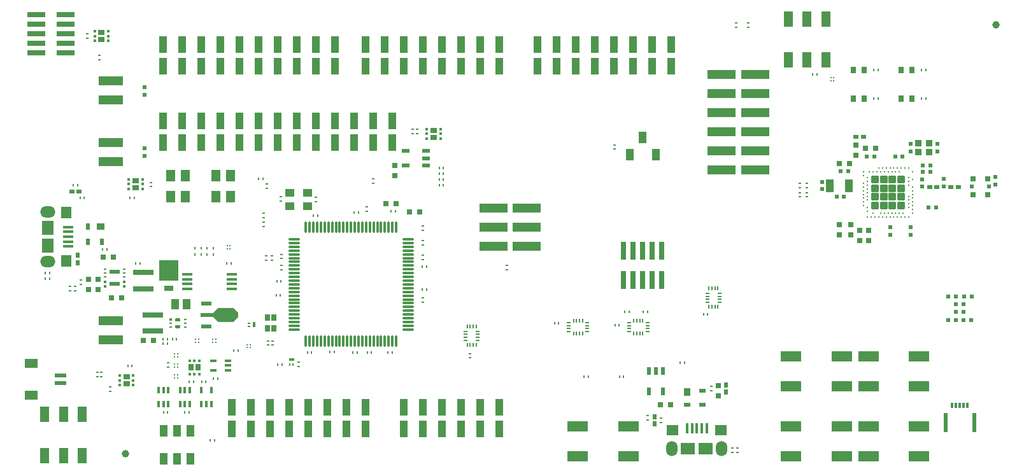
<source format=gtp>
G04*
G04 #@! TF.GenerationSoftware,Altium Limited,Altium Designer,19.0.15 (446)*
G04*
G04 Layer_Color=8421504*
%FSLAX24Y24*%
%MOIN*%
G70*
G01*
G75*
G04:AMPARAMS|DCode=33|XSize=37mil|YSize=37mil|CornerRadius=2.8mil|HoleSize=0mil|Usage=FLASHONLY|Rotation=180.000|XOffset=0mil|YOffset=0mil|HoleType=Round|Shape=RoundedRectangle|*
%AMROUNDEDRECTD33*
21,1,0.0370,0.0315,0,0,180.0*
21,1,0.0315,0.0370,0,0,180.0*
1,1,0.0056,-0.0157,0.0157*
1,1,0.0056,0.0157,0.0157*
1,1,0.0056,0.0157,-0.0157*
1,1,0.0056,-0.0157,-0.0157*
%
%ADD33ROUNDEDRECTD33*%
%ADD34O,0.0591X0.0787*%
%ADD35O,0.0787X0.0591*%
%ADD36R,0.0138X0.0118*%
%ADD37R,0.0138X0.0098*%
%ADD38R,0.0551X0.0197*%
%ADD39R,0.0315X0.0118*%
%ADD40R,0.0197X0.0148*%
%ADD41R,0.0138X0.0138*%
%ADD42R,0.0138X0.0098*%
%ADD43R,0.0315X0.0295*%
%ADD44R,0.0236X0.0197*%
%ADD45R,0.0256X0.0197*%
%ADD46R,0.0295X0.0315*%
%ADD47R,0.0197X0.0236*%
%ADD48R,0.0374X0.0335*%
%ADD49R,0.0118X0.0106*%
%ADD50O,0.0071X0.0240*%
%ADD51O,0.0240X0.0071*%
%ADD52C,0.0093*%
%ADD53O,0.0551X0.0157*%
%ADD54C,0.0118*%
%ADD55R,0.0472X0.0433*%
%ADD56R,0.0394X0.0709*%
%ADD57R,0.0138X0.0354*%
%ADD58R,0.0394X0.0236*%
%ADD59R,0.0236X0.0394*%
%ADD60R,0.0354X0.0138*%
%ADD61R,0.0138X0.0059*%
%ADD62R,0.0108X0.0118*%
%ADD63R,0.0138X0.0098*%
%ADD64R,0.0138X0.0059*%
%ADD65O,0.0118X0.0650*%
%ADD66O,0.0650X0.0118*%
%ADD67R,0.0394X0.0630*%
%ADD68R,0.0472X0.0630*%
%ADD69R,0.0472X0.0787*%
%ADD70R,0.1083X0.0551*%
%ADD71R,0.1252X0.0500*%
%ADD72R,0.0402X0.0862*%
%ADD73R,0.1500X0.0500*%
%ADD74R,0.0256X0.0335*%
%ADD75R,0.0300X0.0320*%
%ADD76R,0.0709X0.0472*%
%ADD77R,0.0610X0.0236*%
%ADD78R,0.0118X0.0315*%
%ADD79R,0.0236X0.1024*%
%ADD80R,0.0630X0.0551*%
%ADD81R,0.0748X0.0610*%
%ADD82R,0.0157X0.0531*%
%ADD83R,0.0551X0.0630*%
%ADD84R,0.0610X0.0748*%
%ADD85R,0.0531X0.0157*%
%ADD86R,0.0315X0.0295*%
%ADD87R,0.0228X0.0197*%
%ADD88R,0.0217X0.0236*%
%ADD89R,0.0236X0.0217*%
%ADD90R,0.0280X0.0362*%
%ADD91R,0.0165X0.0177*%
%ADD92R,0.0098X0.0157*%
%ADD93R,0.0276X0.0157*%
%ADD94R,0.0157X0.0098*%
%ADD95R,0.0157X0.0276*%
%ADD96R,0.0362X0.0280*%
%ADD97R,0.0177X0.0165*%
%ADD98R,0.0551X0.0236*%
%ADD99R,0.0669X0.0236*%
%ADD100R,0.1063X0.0315*%
%ADD101R,0.0197X0.0256*%
%ADD102R,0.0500X0.0300*%
%ADD103R,0.1000X0.1051*%
%ADD104R,0.0098X0.0142*%
%ADD105R,0.0394X0.0335*%
%ADD106R,0.0236X0.0335*%
%ADD107R,0.0335X0.0394*%
%ADD108R,0.0335X0.0236*%
%ADD109R,0.0106X0.0118*%
%ADD110R,0.0433X0.0551*%
%ADD111R,0.0299X0.0945*%
%ADD112R,0.0945X0.0299*%
%ADD113C,0.0394*%
G36*
X11334Y-3982D02*
Y-4218D01*
X11078Y-4474D01*
X10291D01*
X10035Y-4218D01*
Y-3982D01*
X10291Y-3726D01*
X11078D01*
X11334Y-3982D01*
D02*
G37*
D33*
X46013Y2983D02*
D03*
X45564D02*
D03*
X45116D02*
D03*
X44667D02*
D03*
X46013Y2534D02*
D03*
X45564D02*
D03*
X45116D02*
D03*
X44667D02*
D03*
X46013Y2086D02*
D03*
X45564D02*
D03*
X45116D02*
D03*
X44667D02*
D03*
Y1637D02*
D03*
X45116D02*
D03*
X45564D02*
D03*
X46013D02*
D03*
D34*
X36626Y-11100D02*
D03*
X34027D02*
D03*
D35*
X1365Y-1299D02*
D03*
Y1299D02*
D03*
D36*
X4360Y-2613D02*
D03*
Y-2357D02*
D03*
X5360D02*
D03*
Y-2613D02*
D03*
D37*
X5360Y-2101D02*
D03*
Y-1904D02*
D03*
Y-1707D02*
D03*
X4360D02*
D03*
Y-1904D02*
D03*
Y-2101D02*
D03*
D38*
X4860Y-2475D02*
D03*
Y-1845D02*
D03*
D39*
X8160Y-4363D02*
D03*
X8160Y-4717D02*
D03*
D40*
X8160Y-4338D02*
D03*
Y-4742D02*
D03*
D41*
X7776Y-4323D02*
D03*
D42*
Y-4540D02*
D03*
Y-4737D02*
D03*
X8544D02*
D03*
Y-4540D02*
D03*
Y-4343D02*
D03*
D43*
X42790Y627D02*
D03*
Y95D02*
D03*
X43381Y627D02*
D03*
Y95D02*
D03*
X43667Y4269D02*
D03*
Y4800D02*
D03*
X19530Y3194D02*
D03*
Y3726D02*
D03*
X3500Y-2776D02*
D03*
Y-2244D02*
D03*
X3970Y-2776D02*
D03*
Y-2244D02*
D03*
X36466Y-8325D02*
D03*
Y-7794D02*
D03*
X44307Y-190D02*
D03*
Y341D02*
D03*
X43844Y-190D02*
D03*
Y341D02*
D03*
D44*
X44607Y4210D02*
D03*
X44213D02*
D03*
X47860Y1523D02*
D03*
X47466D02*
D03*
X47545Y3737D02*
D03*
X47151D02*
D03*
X45704Y4210D02*
D03*
X46098D02*
D03*
X47151Y3383D02*
D03*
X47545D02*
D03*
X49697Y-4363D02*
D03*
X49303D02*
D03*
X48877D02*
D03*
X48483D02*
D03*
X42637Y2087D02*
D03*
X43031D02*
D03*
X43238Y3427D02*
D03*
X42844D02*
D03*
D45*
X44041Y5214D02*
D03*
X43667D02*
D03*
X47879Y2612D02*
D03*
X47505Y2612D02*
D03*
X49007Y2612D02*
D03*
X48633D02*
D03*
X2612Y2356D02*
D03*
X2986D02*
D03*
D46*
X44681Y4619D02*
D03*
X44149D02*
D03*
X33434Y-8800D02*
D03*
X33966D02*
D03*
X6886Y-5430D02*
D03*
X6354D02*
D03*
X5226Y-3220D02*
D03*
X4694D02*
D03*
X4260Y-1060D02*
D03*
X4792D02*
D03*
X20284Y1310D02*
D03*
X20816D02*
D03*
X19592Y1730D02*
D03*
X19060D02*
D03*
X42791Y3817D02*
D03*
X43322D02*
D03*
D47*
X46514Y4867D02*
D03*
Y4474D02*
D03*
X47914Y4474D02*
D03*
Y4867D02*
D03*
X47132Y3009D02*
D03*
Y2615D02*
D03*
X48256Y3027D02*
D03*
Y2633D02*
D03*
X50937Y2738D02*
D03*
Y3131D02*
D03*
X41884Y2874D02*
D03*
Y2480D02*
D03*
X46531Y489D02*
D03*
Y95D02*
D03*
X45468Y489D02*
D03*
Y95D02*
D03*
D48*
X47500Y4444D02*
D03*
Y4897D02*
D03*
X46929D02*
D03*
Y4444D02*
D03*
D49*
X18400Y2811D02*
D03*
Y3035D02*
D03*
X2520Y-2822D02*
D03*
Y-2598D02*
D03*
X32765Y-9363D02*
D03*
Y-9587D02*
D03*
X37443Y-11067D02*
D03*
Y-11291D02*
D03*
X36076Y-8072D02*
D03*
Y-7847D02*
D03*
X33463Y-9722D02*
D03*
Y-9497D02*
D03*
X40710Y2802D02*
D03*
Y2578D02*
D03*
X41070Y2578D02*
D03*
Y2802D02*
D03*
X23460Y-6128D02*
D03*
Y-6352D02*
D03*
X21000Y-432D02*
D03*
Y-208D02*
D03*
Y-1202D02*
D03*
Y-978D02*
D03*
Y-3442D02*
D03*
Y-3218D02*
D03*
X18056Y1328D02*
D03*
Y1552D02*
D03*
X15386Y1828D02*
D03*
Y2052D02*
D03*
X13566Y2082D02*
D03*
Y1858D02*
D03*
X13596Y-928D02*
D03*
Y-1152D02*
D03*
X12796Y-998D02*
D03*
Y-1222D02*
D03*
X13596Y-1508D02*
D03*
Y-1732D02*
D03*
X38010Y10978D02*
D03*
Y11202D02*
D03*
X20460Y5632D02*
D03*
Y5408D02*
D03*
X20683Y5632D02*
D03*
Y5408D02*
D03*
X40710Y2312D02*
D03*
Y2088D02*
D03*
X41070Y2312D02*
D03*
Y2088D02*
D03*
X14500Y-6578D02*
D03*
Y-6802D02*
D03*
X4630Y-7868D02*
D03*
Y-8092D02*
D03*
X12830Y2752D02*
D03*
Y2528D02*
D03*
X3939Y-7118D02*
D03*
Y-7342D02*
D03*
X4149D02*
D03*
Y-7118D02*
D03*
X3090Y-2502D02*
D03*
Y-2278D02*
D03*
X2800Y-2832D02*
D03*
Y-2608D02*
D03*
X25400Y-1742D02*
D03*
Y-1518D02*
D03*
X21000Y338D02*
D03*
Y562D02*
D03*
X37173Y-11067D02*
D03*
Y-11291D02*
D03*
X12660Y769D02*
D03*
Y545D02*
D03*
X12660Y1007D02*
D03*
Y1232D02*
D03*
X6740Y2842D02*
D03*
Y2618D02*
D03*
X4050Y9502D02*
D03*
Y9278D02*
D03*
X37400Y10978D02*
D03*
Y11202D02*
D03*
X13076Y-998D02*
D03*
Y-1222D02*
D03*
X3410Y10398D02*
D03*
Y10622D02*
D03*
X13133Y-5682D02*
D03*
Y-5458D02*
D03*
X12899Y-5682D02*
D03*
Y-5458D02*
D03*
X31020Y4812D02*
D03*
Y4588D02*
D03*
X7650Y-6822D02*
D03*
Y-6598D02*
D03*
D50*
X36436Y-3682D02*
D03*
X36279D02*
D03*
X36121D02*
D03*
X35964D02*
D03*
Y-2718D02*
D03*
X36121D02*
D03*
X36279D02*
D03*
X36436D02*
D03*
X32024Y-4415D02*
D03*
X32181D02*
D03*
X32339D02*
D03*
X32496D02*
D03*
Y-5065D02*
D03*
X32339D02*
D03*
X32181D02*
D03*
X32024D02*
D03*
X23776Y-5672D02*
D03*
X23619D02*
D03*
X23461D02*
D03*
X23304D02*
D03*
Y-4708D02*
D03*
X23461D02*
D03*
X23619D02*
D03*
X23776D02*
D03*
X28874Y-4415D02*
D03*
X29031D02*
D03*
X29189D02*
D03*
X29346D02*
D03*
Y-5065D02*
D03*
X29189D02*
D03*
X29031D02*
D03*
X28874D02*
D03*
D51*
X35875Y-3436D02*
D03*
Y-3279D02*
D03*
Y-3121D02*
D03*
Y-2964D02*
D03*
X36525D02*
D03*
Y-3121D02*
D03*
Y-3279D02*
D03*
Y-3436D02*
D03*
X31778Y-4976D02*
D03*
Y-4819D02*
D03*
Y-4661D02*
D03*
Y-4504D02*
D03*
X32742D02*
D03*
Y-4661D02*
D03*
Y-4819D02*
D03*
Y-4976D02*
D03*
X23215Y-5426D02*
D03*
Y-5269D02*
D03*
Y-5111D02*
D03*
Y-4954D02*
D03*
X23865D02*
D03*
Y-5111D02*
D03*
Y-5269D02*
D03*
Y-5426D02*
D03*
X28628Y-4976D02*
D03*
Y-4819D02*
D03*
Y-4661D02*
D03*
Y-4504D02*
D03*
X29592D02*
D03*
Y-4661D02*
D03*
Y-4819D02*
D03*
Y-4976D02*
D03*
D52*
X10899Y-471D02*
D03*
Y-629D02*
D03*
X10741Y-471D02*
D03*
Y-629D02*
D03*
X11937Y-5813D02*
D03*
X11779D02*
D03*
X11937Y-5655D02*
D03*
X11779D02*
D03*
X9259Y-5539D02*
D03*
X9101D02*
D03*
X9259Y-5381D02*
D03*
X9101D02*
D03*
X10149Y-5539D02*
D03*
X9991D02*
D03*
X10149Y-5381D02*
D03*
X9991D02*
D03*
X7991Y-7241D02*
D03*
X8149D02*
D03*
X7991Y-7399D02*
D03*
X8149D02*
D03*
X7991Y-6686D02*
D03*
X8149D02*
D03*
X7991Y-6844D02*
D03*
X8149D02*
D03*
X7991Y-6131D02*
D03*
X8149D02*
D03*
X7991Y-6289D02*
D03*
X8149D02*
D03*
X42497Y8160D02*
D03*
X42340D02*
D03*
X42497Y8317D02*
D03*
X42340D02*
D03*
D53*
X10981Y-2734D02*
D03*
Y-2478D02*
D03*
Y-2222D02*
D03*
Y-1966D02*
D03*
X8659Y-2734D02*
D03*
Y-2478D02*
D03*
Y-2222D02*
D03*
Y-1966D02*
D03*
D54*
X46226Y3590D02*
D03*
X44848D02*
D03*
X45045D02*
D03*
X45242D02*
D03*
X45438D02*
D03*
X45635D02*
D03*
X45832D02*
D03*
X46029D02*
D03*
X46423D02*
D03*
X44060Y3393D02*
D03*
X44356D02*
D03*
X44553D02*
D03*
X44749D02*
D03*
X44946D02*
D03*
X45143D02*
D03*
X45340D02*
D03*
X45537D02*
D03*
X45734D02*
D03*
X45931D02*
D03*
X46620D02*
D03*
X46423Y3097D02*
D03*
X44060Y3196D02*
D03*
X44257Y3097D02*
D03*
X46620Y2999D02*
D03*
X44257Y2901D02*
D03*
X46423D02*
D03*
X44060Y2802D02*
D03*
X44257Y2704D02*
D03*
X46423D02*
D03*
X44060Y2605D02*
D03*
X46620D02*
D03*
X44257Y2507D02*
D03*
X44060Y2408D02*
D03*
X46620D02*
D03*
X44257Y2310D02*
D03*
X44060Y2212D02*
D03*
X46620D02*
D03*
X44257Y2113D02*
D03*
X46423D02*
D03*
X44060Y2015D02*
D03*
X46620D02*
D03*
X44257Y1916D02*
D03*
X46423D02*
D03*
X44060Y1818D02*
D03*
X46620D02*
D03*
X46423Y1719D02*
D03*
X44060Y1621D02*
D03*
X46620D02*
D03*
X44257Y1523D02*
D03*
X46423D02*
D03*
X46620Y1424D02*
D03*
X44257Y1326D02*
D03*
X44553Y1227D02*
D03*
X44946D02*
D03*
X45143D02*
D03*
X45340D02*
D03*
X45537D02*
D03*
X45734D02*
D03*
X45931D02*
D03*
X46127D02*
D03*
X46620D02*
D03*
X44257Y1030D02*
D03*
X44454D02*
D03*
X44651D02*
D03*
X44848D02*
D03*
X45045D02*
D03*
X45242D02*
D03*
X45438D02*
D03*
X45635D02*
D03*
X45832D02*
D03*
X46029D02*
D03*
X46226D02*
D03*
X46423D02*
D03*
D55*
X14946Y1609D02*
D03*
Y2311D02*
D03*
X14006Y1609D02*
D03*
Y2311D02*
D03*
D56*
X42292Y2667D02*
D03*
X43276D02*
D03*
D57*
X9394Y-8026D02*
D03*
X9906D02*
D03*
Y-8774D02*
D03*
X9650D02*
D03*
X9394D02*
D03*
X7666Y-8774D02*
D03*
X7410D02*
D03*
X7154D02*
D03*
Y-8026D02*
D03*
X7410D02*
D03*
X7666D02*
D03*
X8786Y-8774D02*
D03*
X8530D02*
D03*
X8274D02*
D03*
Y-8026D02*
D03*
X8530D02*
D03*
X8786D02*
D03*
D58*
X20099Y3736D02*
D03*
Y4484D02*
D03*
X21161D02*
D03*
Y4110D02*
D03*
Y3736D02*
D03*
D59*
X33564Y-8091D02*
D03*
X32816D02*
D03*
Y-7028D02*
D03*
X33190D02*
D03*
X33564D02*
D03*
D60*
X10026Y-7006D02*
D03*
Y-6494D02*
D03*
X10774D02*
D03*
Y-6750D02*
D03*
Y-7006D02*
D03*
D61*
X4360Y-1707D02*
D03*
Y-1904D02*
D03*
Y-2101D02*
D03*
X5360D02*
D03*
Y-1904D02*
D03*
Y-1707D02*
D03*
D62*
X4360Y-2357D02*
D03*
Y-2613D02*
D03*
X5360D02*
D03*
Y-2357D02*
D03*
D63*
X7776Y-4323D02*
D03*
D64*
Y-4540D02*
D03*
Y-4737D02*
D03*
X8544D02*
D03*
Y-4540D02*
D03*
Y-4343D02*
D03*
D65*
X14864Y-5482D02*
D03*
X15061D02*
D03*
X15258D02*
D03*
X15454D02*
D03*
X15651D02*
D03*
X15848D02*
D03*
X16045D02*
D03*
X16242D02*
D03*
X16439D02*
D03*
X16636D02*
D03*
X16832D02*
D03*
X17029D02*
D03*
X17226D02*
D03*
X17423D02*
D03*
X17620D02*
D03*
X17817D02*
D03*
X18013D02*
D03*
X18210D02*
D03*
X18407D02*
D03*
X18604D02*
D03*
X18801D02*
D03*
X18998D02*
D03*
X19195D02*
D03*
X19391D02*
D03*
X19588D02*
D03*
Y482D02*
D03*
X19391D02*
D03*
X19195D02*
D03*
X18998D02*
D03*
X18801D02*
D03*
X18604D02*
D03*
X18407D02*
D03*
X18210D02*
D03*
X18013D02*
D03*
X17817D02*
D03*
X17620D02*
D03*
X17423D02*
D03*
X17226D02*
D03*
X17029D02*
D03*
X16832D02*
D03*
X16636D02*
D03*
X16439D02*
D03*
X16242D02*
D03*
X16045D02*
D03*
X15848D02*
D03*
X15651D02*
D03*
X15454D02*
D03*
X15258D02*
D03*
X15061D02*
D03*
X14864D02*
D03*
D66*
X20208Y-4862D02*
D03*
Y-4665D02*
D03*
Y-4469D02*
D03*
Y-4272D02*
D03*
Y-4075D02*
D03*
Y-3878D02*
D03*
Y-3681D02*
D03*
Y-3484D02*
D03*
Y-3287D02*
D03*
Y-3091D02*
D03*
Y-2894D02*
D03*
Y-2697D02*
D03*
Y-2500D02*
D03*
Y-2303D02*
D03*
Y-2106D02*
D03*
Y-1909D02*
D03*
Y-1713D02*
D03*
Y-1516D02*
D03*
Y-1319D02*
D03*
Y-1122D02*
D03*
Y-925D02*
D03*
Y-728D02*
D03*
Y-531D02*
D03*
Y-335D02*
D03*
Y-138D02*
D03*
X14244D02*
D03*
Y-335D02*
D03*
Y-531D02*
D03*
Y-728D02*
D03*
Y-925D02*
D03*
Y-1122D02*
D03*
Y-1319D02*
D03*
Y-1516D02*
D03*
Y-1713D02*
D03*
Y-1909D02*
D03*
Y-2106D02*
D03*
Y-2303D02*
D03*
Y-2500D02*
D03*
Y-2697D02*
D03*
Y-2894D02*
D03*
Y-3091D02*
D03*
Y-3287D02*
D03*
Y-3484D02*
D03*
Y-3681D02*
D03*
Y-3878D02*
D03*
Y-4075D02*
D03*
Y-4272D02*
D03*
Y-4469D02*
D03*
Y-4665D02*
D03*
Y-4862D02*
D03*
D67*
X8809Y-10172D02*
D03*
X8120D02*
D03*
X7431D02*
D03*
Y-11628D02*
D03*
X8120D02*
D03*
X8809D02*
D03*
X32500Y5203D02*
D03*
X31811Y4297D02*
D03*
X33189D02*
D03*
D68*
X7775Y3211D02*
D03*
X8563Y2109D02*
D03*
X7775D02*
D03*
X10137D02*
D03*
X10925D02*
D03*
X8563Y3211D02*
D03*
X10137D02*
D03*
X10925D02*
D03*
D69*
X3160Y-9307D02*
D03*
X1192D02*
D03*
X2176D02*
D03*
Y-11473D02*
D03*
X1192D02*
D03*
X3160D02*
D03*
X40106Y9247D02*
D03*
X42074D02*
D03*
X41090D02*
D03*
Y11413D02*
D03*
X42074D02*
D03*
X40106D02*
D03*
D70*
X31759Y-11515D02*
D03*
Y-9940D02*
D03*
X29101Y-11515D02*
D03*
Y-9940D02*
D03*
X46964Y-11515D02*
D03*
Y-9940D02*
D03*
X44307Y-11515D02*
D03*
Y-9940D02*
D03*
X42924Y-11515D02*
D03*
Y-9940D02*
D03*
X40267Y-11515D02*
D03*
Y-9940D02*
D03*
X44307Y-6268D02*
D03*
Y-7843D02*
D03*
X46964Y-6268D02*
D03*
Y-7843D02*
D03*
X40267Y-6268D02*
D03*
Y-7843D02*
D03*
X42924Y-6268D02*
D03*
Y-7843D02*
D03*
D71*
X4650Y8157D02*
D03*
Y7157D02*
D03*
Y4929D02*
D03*
Y3929D02*
D03*
Y-4410D02*
D03*
Y-5410D02*
D03*
D72*
X31000Y8923D02*
D03*
Y10077D02*
D03*
X27000Y8923D02*
D03*
X30000D02*
D03*
X29000Y8923D02*
D03*
X34000Y8923D02*
D03*
X33000D02*
D03*
X27000Y10077D02*
D03*
X30000D02*
D03*
X29000D02*
D03*
X34000D02*
D03*
X33000D02*
D03*
X28000Y8923D02*
D03*
X32000D02*
D03*
X28000Y10077D02*
D03*
X32000D02*
D03*
X7400Y8923D02*
D03*
X13400D02*
D03*
X7400Y10077D02*
D03*
X13400D02*
D03*
X8400Y8923D02*
D03*
X9400Y8923D02*
D03*
X11400D02*
D03*
X12400D02*
D03*
X15400D02*
D03*
X16400D02*
D03*
X8400Y10077D02*
D03*
X9400D02*
D03*
X11400D02*
D03*
X12400D02*
D03*
X15400D02*
D03*
X16400D02*
D03*
X10400Y8923D02*
D03*
X14400Y8923D02*
D03*
X10400Y10077D02*
D03*
X14400D02*
D03*
X22000Y8923D02*
D03*
Y10077D02*
D03*
X18000Y8923D02*
D03*
X21000D02*
D03*
X20000Y8923D02*
D03*
X25000Y8923D02*
D03*
X24000D02*
D03*
X18000Y10077D02*
D03*
X21000D02*
D03*
X20000D02*
D03*
X25000D02*
D03*
X24000D02*
D03*
X19000Y8923D02*
D03*
X23000D02*
D03*
X19000Y10077D02*
D03*
X23000D02*
D03*
X23000Y-8923D02*
D03*
X23000Y-10077D02*
D03*
X25000Y-8923D02*
D03*
X24000D02*
D03*
X21000D02*
D03*
X20000D02*
D03*
X25000Y-10077D02*
D03*
X24000D02*
D03*
X21000D02*
D03*
X20000D02*
D03*
X22000Y-8923D02*
D03*
Y-10077D02*
D03*
X14000Y-8923D02*
D03*
Y-10077D02*
D03*
X18000Y-8923D02*
D03*
X15000D02*
D03*
X16000Y-8923D02*
D03*
X11000Y-8923D02*
D03*
X12000D02*
D03*
X18000Y-10077D02*
D03*
X15000D02*
D03*
X16000D02*
D03*
X11000D02*
D03*
X12000D02*
D03*
X17000Y-8923D02*
D03*
X13000D02*
D03*
X17000Y-10077D02*
D03*
X13000D02*
D03*
X19400Y6077D02*
D03*
Y4923D02*
D03*
X18400Y6077D02*
D03*
Y4923D02*
D03*
X17400Y6077D02*
D03*
Y4923D02*
D03*
X13400Y6077D02*
D03*
Y4923D02*
D03*
X14400Y6077D02*
D03*
Y4923D02*
D03*
X8400Y6077D02*
D03*
Y4923D02*
D03*
X9400D02*
D03*
Y6077D02*
D03*
X10400Y4923D02*
D03*
Y6077D02*
D03*
X12400Y4923D02*
D03*
Y6077D02*
D03*
X11400Y4923D02*
D03*
Y6077D02*
D03*
X7400D02*
D03*
Y4923D02*
D03*
X16400D02*
D03*
Y6077D02*
D03*
X15400Y4923D02*
D03*
Y6077D02*
D03*
D73*
X24675Y1500D02*
D03*
X26425D02*
D03*
X24675Y500D02*
D03*
X26425D02*
D03*
X24675Y-500D02*
D03*
X26425D02*
D03*
X36625Y8500D02*
D03*
X38375D02*
D03*
X36625Y7500D02*
D03*
X38375D02*
D03*
X36625Y6500D02*
D03*
X38375D02*
D03*
X36625Y5500D02*
D03*
X38375D02*
D03*
X36625Y4500D02*
D03*
X38375D02*
D03*
X36625Y3500D02*
D03*
X38375D02*
D03*
D74*
X12849Y-4225D02*
D03*
Y-4795D02*
D03*
X13183D02*
D03*
Y-4225D02*
D03*
D75*
X46583Y7227D02*
D03*
X46033D02*
D03*
X44083D02*
D03*
X43533D02*
D03*
X46583Y8727D02*
D03*
X46033D02*
D03*
X44083D02*
D03*
X43533D02*
D03*
D76*
X484Y-8297D02*
D03*
Y-6643D02*
D03*
D77*
X2010Y-7667D02*
D03*
Y-7273D02*
D03*
D78*
X49487Y-8827D02*
D03*
X48700D02*
D03*
X48897D02*
D03*
X49094D02*
D03*
X49290D02*
D03*
D79*
X48346Y-9733D02*
D03*
X49842D02*
D03*
D80*
X34067Y-10135D02*
D03*
X36586D02*
D03*
D81*
X35799Y-11100D02*
D03*
X34854D02*
D03*
D82*
X35838Y-10046D02*
D03*
X35582D02*
D03*
X34815D02*
D03*
X35071D02*
D03*
X35326D02*
D03*
D83*
X2330Y1260D02*
D03*
Y-1260D02*
D03*
D84*
X1365Y-472D02*
D03*
Y472D02*
D03*
D85*
X2418Y-512D02*
D03*
Y-256D02*
D03*
Y512D02*
D03*
Y256D02*
D03*
Y-0D02*
D03*
D86*
X49793Y2211D02*
D03*
Y3018D02*
D03*
X50541D02*
D03*
Y2211D02*
D03*
D87*
X49710Y2615D02*
D03*
X50623D02*
D03*
D88*
X6430Y7433D02*
D03*
Y7827D02*
D03*
Y4242D02*
D03*
Y4636D02*
D03*
X49290Y-3947D02*
D03*
Y-3553D02*
D03*
X48900Y-3947D02*
D03*
Y-3553D02*
D03*
D89*
X49705Y-3130D02*
D03*
X49312D02*
D03*
X48492D02*
D03*
X48885D02*
D03*
D90*
X8849Y-6848D02*
D03*
X9223D02*
D03*
D91*
X9292Y-7204D02*
D03*
X9036D02*
D03*
X8780D02*
D03*
Y-6492D02*
D03*
X9036D02*
D03*
X9292D02*
D03*
D92*
X14199Y-6718D02*
D03*
X14021D02*
D03*
D93*
X14110Y-6442D02*
D03*
D94*
X11872Y-4699D02*
D03*
Y-4521D02*
D03*
D95*
X12148Y-4610D02*
D03*
D96*
X5480Y-7717D02*
D03*
Y-7343D02*
D03*
X5950Y2563D02*
D03*
Y2937D02*
D03*
X4160Y10697D02*
D03*
Y10323D02*
D03*
X21553Y5567D02*
D03*
Y5193D02*
D03*
D97*
X5836Y-7274D02*
D03*
Y-7530D02*
D03*
Y-7786D02*
D03*
X5124D02*
D03*
Y-7530D02*
D03*
Y-7274D02*
D03*
X6306Y3006D02*
D03*
Y2750D02*
D03*
Y2494D02*
D03*
X5594D02*
D03*
Y2750D02*
D03*
Y3006D02*
D03*
X3804Y10254D02*
D03*
Y10510D02*
D03*
Y10766D02*
D03*
X4516D02*
D03*
Y10510D02*
D03*
Y10254D02*
D03*
X21197Y5124D02*
D03*
Y5380D02*
D03*
Y5636D02*
D03*
X21910D02*
D03*
Y5380D02*
D03*
Y5124D02*
D03*
D98*
X9641Y-3509D02*
D03*
Y-4691D02*
D03*
D99*
X9700Y-4100D02*
D03*
D100*
X6850Y-4953D02*
D03*
Y-4087D02*
D03*
X6340Y-2723D02*
D03*
Y-1857D02*
D03*
D101*
X2936Y-1357D02*
D03*
Y-983D02*
D03*
X36856Y-7763D02*
D03*
Y-8137D02*
D03*
X33113Y-9423D02*
D03*
Y-9797D02*
D03*
D102*
X7680Y-2690D02*
D03*
D103*
Y-1764D02*
D03*
D104*
X9690Y-947D02*
D03*
Y-616D02*
D03*
X9050Y-947D02*
D03*
Y-616D02*
D03*
X10010Y-947D02*
D03*
Y-616D02*
D03*
X9370Y-947D02*
D03*
Y-616D02*
D03*
D105*
X4121Y534D02*
D03*
D106*
X3452D02*
D03*
Y-274D02*
D03*
X4200D02*
D03*
D107*
X34804Y-8134D02*
D03*
D108*
Y-8803D02*
D03*
X35611D02*
D03*
Y-8055D02*
D03*
D109*
X8528Y-9190D02*
D03*
X8752D02*
D03*
X10028Y-7430D02*
D03*
X10252D02*
D03*
X9408Y-7610D02*
D03*
X9632D02*
D03*
X7408Y-9190D02*
D03*
X7632D02*
D03*
X7398Y-5600D02*
D03*
X7622D02*
D03*
X10952Y-1400D02*
D03*
X10728D02*
D03*
X5958D02*
D03*
X6182D02*
D03*
X2684Y2697D02*
D03*
X2908D02*
D03*
X1216Y-2190D02*
D03*
X1441D02*
D03*
X4234Y-660D02*
D03*
X4458D02*
D03*
X3262Y2020D02*
D03*
X3038D02*
D03*
X35902Y-4070D02*
D03*
X35678D02*
D03*
X31262Y-4640D02*
D03*
X31038D02*
D03*
X28102Y-4550D02*
D03*
X27878D02*
D03*
X20958Y-2760D02*
D03*
X21182D02*
D03*
X19548Y1330D02*
D03*
X19324D02*
D03*
X19148Y-6070D02*
D03*
X19372D02*
D03*
X17608Y1250D02*
D03*
X17384D02*
D03*
X16352Y-6050D02*
D03*
X16128D02*
D03*
X15488Y1080D02*
D03*
X15264D02*
D03*
X14944Y-6060D02*
D03*
X15168D02*
D03*
X13304Y-3080D02*
D03*
X13528D02*
D03*
X13568Y-2350D02*
D03*
X13344D02*
D03*
X12388Y3020D02*
D03*
X12612D02*
D03*
X34672Y-6610D02*
D03*
X34448D02*
D03*
X31772Y-3940D02*
D03*
X31548D02*
D03*
X32528D02*
D03*
X32752D02*
D03*
X22062Y3600D02*
D03*
X21838D02*
D03*
Y3300D02*
D03*
X22062D02*
D03*
X21838Y3000D02*
D03*
X22062D02*
D03*
X21838Y2700D02*
D03*
X22062D02*
D03*
X13398Y-6690D02*
D03*
X13622D02*
D03*
X10092Y-10680D02*
D03*
X9868D02*
D03*
X11312Y-5960D02*
D03*
X11088D02*
D03*
X5762Y-6770D02*
D03*
X5538D02*
D03*
X7878Y-5380D02*
D03*
X8102D02*
D03*
X7388Y-5380D02*
D03*
X7612D02*
D03*
X1216Y-1910D02*
D03*
X1441D02*
D03*
X31502Y-7350D02*
D03*
X31278D02*
D03*
X47311Y7227D02*
D03*
X47086D02*
D03*
X44821D02*
D03*
X44596D02*
D03*
X29428Y-7350D02*
D03*
X29652D02*
D03*
X47311Y8727D02*
D03*
X47086D02*
D03*
X44821D02*
D03*
X44596D02*
D03*
X5872Y2040D02*
D03*
X5648D02*
D03*
X20958Y-1580D02*
D03*
X21182D02*
D03*
X18302Y-6060D02*
D03*
X18078D02*
D03*
X17318D02*
D03*
X17542D02*
D03*
X41398Y8490D02*
D03*
X41622D02*
D03*
X8972Y-7610D02*
D03*
X8748D02*
D03*
D110*
X8015Y-3530D02*
D03*
X8605D02*
D03*
D111*
X31500Y-2268D02*
D03*
X32000D02*
D03*
X32500D02*
D03*
X31500Y-732D02*
D03*
X32000D02*
D03*
X32500D02*
D03*
X33000Y-2268D02*
D03*
X33500D02*
D03*
X33000Y-732D02*
D03*
X33500D02*
D03*
D112*
X762Y9640D02*
D03*
Y10640D02*
D03*
Y10140D02*
D03*
Y11140D02*
D03*
Y11640D02*
D03*
X2298Y9640D02*
D03*
Y10140D02*
D03*
Y10640D02*
D03*
Y11140D02*
D03*
Y11640D02*
D03*
D113*
X50973Y11100D02*
D03*
X5411Y-11380D02*
D03*
M02*

</source>
